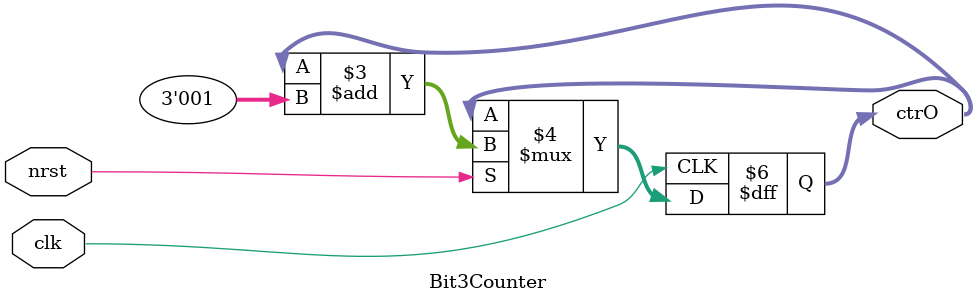
<source format=v>
module Bit3Counter 
(
  input wire clk, nrst,
  output reg [2:0] ctrO
);
	
    always @ (posedge clk or negedge nrst)
		if (nrst == 1'b1) begin
			ctrO[2:0] <= ctrO[2:0] + 3'b1;
		end  
		else begin
			ctrO[2:0] <= ctrO[2:0];
		end 
		
endmodule 
</source>
